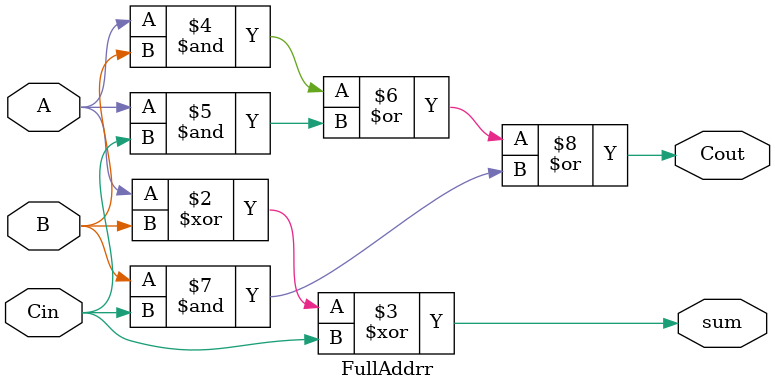
<source format=v>
`timescale 1ns / 1ps


module FullAddrr(A, B, Cin, sum, Cout);

input A, B, Cin;

output reg sum, Cout;

always@(A,B,Cin)
begin
    sum= A^B^Cin;
    Cout= (A&B) | (A&Cin) | (B&Cin);
    end
    
endmodule
</source>
